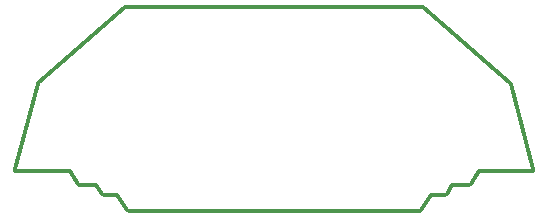
<source format=gbr>
%TF.GenerationSoftware,KiCad,Pcbnew,(6.0.5)*%
%TF.CreationDate,2022-07-13T10:20:42-06:00*%
%TF.ProjectId,modem,6d6f6465-6d2e-46b6-9963-61645f706362,rev?*%
%TF.SameCoordinates,Original*%
%TF.FileFunction,Profile,NP*%
%FSLAX46Y46*%
G04 Gerber Fmt 4.6, Leading zero omitted, Abs format (unit mm)*
G04 Created by KiCad (PCBNEW (6.0.5)) date 2022-07-13 10:20:42*
%MOMM*%
%LPD*%
G01*
G04 APERTURE LIST*
%ADD10C,0.350000*%
G04 APERTURE END LIST*
D10*
X162013670Y-67423019D02*
X141589938Y-67423019D01*
X164117246Y-67423019D02*
X162013670Y-67423019D01*
X164265901Y-67341371D02*
X164117246Y-67423019D01*
X165081700Y-66062207D02*
X164265901Y-67341371D01*
X166247004Y-66062207D02*
X165081700Y-66062207D01*
X166397382Y-65978146D02*
X166247004Y-66062207D01*
X166867465Y-65211268D02*
X166397382Y-65978146D01*
X168301831Y-65211268D02*
X166867465Y-65211268D01*
X168449281Y-65131686D02*
X168301831Y-65211268D01*
X169129343Y-64096780D02*
X168449281Y-65131686D01*
X173563353Y-64096780D02*
X169129343Y-64096780D01*
X173703052Y-64028222D02*
X173563353Y-64096780D01*
X173734057Y-63875604D02*
X173703052Y-64028222D01*
X171854930Y-56697404D02*
X173734057Y-63875604D01*
X171799981Y-56609209D02*
X171854930Y-56697404D01*
X164423687Y-50193408D02*
X171799981Y-56609209D01*
X164307932Y-50150000D02*
X164423687Y-50193408D01*
X156104126Y-50150000D02*
X164307932Y-50150000D01*
X147500000Y-50150000D02*
X156104126Y-50150000D01*
X139314970Y-50150000D02*
X147500000Y-50150000D01*
X139199042Y-50193408D02*
X139314970Y-50150000D01*
X131848242Y-56609209D02*
X139199042Y-50193408D01*
X131793809Y-56696370D02*
X131848242Y-56609209D01*
X129869896Y-63874571D02*
X131793809Y-56696370D01*
X129900385Y-64027878D02*
X129869896Y-63874571D01*
X130040256Y-64096780D02*
X129900385Y-64027878D01*
X134475989Y-64096780D02*
X130040256Y-64096780D01*
X135154500Y-65128930D02*
X134475989Y-64096780D01*
X135301950Y-65208512D02*
X135154500Y-65128930D01*
X136734765Y-65208856D02*
X135301950Y-65208512D01*
X137206227Y-65978146D02*
X136734765Y-65208856D01*
X137356605Y-66062207D02*
X137206227Y-65978146D01*
X138521909Y-66062207D02*
X137356605Y-66062207D01*
X139337707Y-67341371D02*
X138521909Y-66062207D01*
X139486363Y-67423019D02*
X139337707Y-67341371D01*
X141589938Y-67423019D02*
X139486363Y-67423019D01*
M02*

</source>
